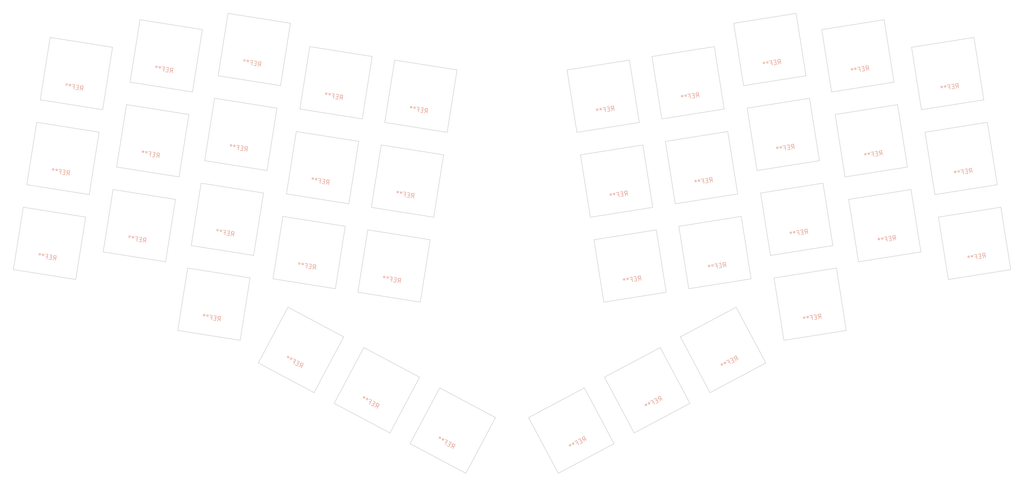
<source format=kicad_pcb>
(kicad_pcb (version 20171130) (host pcbnew 5.1.6-c6e7f7d~86~ubuntu19.10.1)

  (general
    (thickness 1.6)
    (drawings 0)
    (tracks 0)
    (zones 0)
    (modules 38)
    (nets 1)
  )

  (page USLetter)
  (layers
    (0 F.Cu signal)
    (31 B.Cu signal hide)
    (32 B.Adhes user hide)
    (33 F.Adhes user hide)
    (34 B.Paste user hide)
    (35 F.Paste user hide)
    (36 B.SilkS user hide)
    (37 F.SilkS user hide)
    (38 B.Mask user hide)
    (39 F.Mask user hide)
    (40 Dwgs.User user)
    (41 Cmts.User user hide)
    (42 Eco1.User user hide)
    (43 Eco2.User user hide)
    (44 Edge.Cuts user hide)
    (45 Margin user hide)
    (46 B.CrtYd user hide)
    (47 F.CrtYd user hide)
    (48 B.Fab user hide)
    (49 F.Fab user hide)
  )

  (setup
    (last_trace_width 0.25)
    (trace_clearance 0.2)
    (zone_clearance 0.508)
    (zone_45_only no)
    (trace_min 0.2)
    (via_size 0.8)
    (via_drill 0.4)
    (via_min_size 0.4)
    (via_min_drill 0.3)
    (uvia_size 0.3)
    (uvia_drill 0.1)
    (uvias_allowed no)
    (uvia_min_size 0.2)
    (uvia_min_drill 0.1)
    (edge_width 0.05)
    (segment_width 0.2)
    (pcb_text_width 0.3)
    (pcb_text_size 1.5 1.5)
    (mod_edge_width 0.12)
    (mod_text_size 1 1)
    (mod_text_width 0.15)
    (pad_size 1.524 1.524)
    (pad_drill 0.762)
    (pad_to_mask_clearance 0.05)
    (aux_axis_origin 0 0)
    (visible_elements FFFFFF7F)
    (pcbplotparams
      (layerselection 0x010fc_ffffffff)
      (usegerberextensions false)
      (usegerberattributes true)
      (usegerberadvancedattributes true)
      (creategerberjobfile true)
      (excludeedgelayer true)
      (linewidth 0.100000)
      (plotframeref false)
      (viasonmask false)
      (mode 1)
      (useauxorigin false)
      (hpglpennumber 1)
      (hpglpenspeed 20)
      (hpglpendiameter 15.000000)
      (psnegative false)
      (psa4output false)
      (plotreference true)
      (plotvalue true)
      (plotinvisibletext false)
      (padsonsilk false)
      (subtractmaskfromsilk false)
      (outputformat 1)
      (mirror false)
      (drillshape 1)
      (scaleselection 1)
      (outputdirectory ""))
  )

  (net 0 "")

  (net_class Default "This is the default net class."
    (clearance 0.2)
    (trace_width 0.25)
    (via_dia 0.8)
    (via_drill 0.4)
    (uvia_dia 0.3)
    (uvia_drill 0.1)
  )

  (module kbd:SW_Hole (layer F.Cu) (tedit 5F1B7F65) (tstamp 5F54FD63)
    (at 199.423678 120.829634 9)
    (fp_text reference REF** (at 0 3.048 9) (layer B.CrtYd)
      (effects (font (size 1 1) (thickness 0.15)) (justify mirror))
    )
    (fp_text value 1U (at 0 -7.9375 9) (layer Dwgs.User)
      (effects (font (size 1 1) (thickness 0.15)))
    )
    (fp_text user %R (at 0 3.048 9) (layer B.SilkS)
      (effects (font (size 1 1) (thickness 0.15)) (justify mirror))
    )
    (fp_line (start 9.525 9.525) (end 9.525 -9.525) (layer F.Fab) (width 0.15))
    (fp_line (start -9.525 9.525) (end 9.525 9.525) (layer F.Fab) (width 0.15))
    (fp_line (start -9.525 -9.525) (end -9.525 9.525) (layer F.Fab) (width 0.15))
    (fp_line (start 9.525 -9.525) (end -9.525 -9.525) (layer F.Fab) (width 0.15))
    (fp_line (start -7 -7) (end -7 7) (layer Edge.Cuts) (width 0.12))
    (fp_line (start -7 7) (end 7 7) (layer Edge.Cuts) (width 0.12))
    (fp_line (start 7 7) (end 7 -7) (layer Edge.Cuts) (width 0.12))
    (fp_line (start 7 -7) (end -7 -7) (layer Edge.Cuts) (width 0.12))
  )

  (module kbd:SW_Hole (layer F.Cu) (tedit 5F1B7F65) (tstamp 5F54FD63)
    (at 86.575691 130.962451 332)
    (fp_text reference REF** (at 0 3.048 152) (layer B.CrtYd)
      (effects (font (size 1 1) (thickness 0.15)) (justify mirror))
    )
    (fp_text value 1U (at 0 -7.937501 152) (layer Dwgs.User)
      (effects (font (size 1 1) (thickness 0.15)))
    )
    (fp_text user %R (at 0 3.048 152) (layer B.SilkS)
      (effects (font (size 1 1) (thickness 0.15)) (justify mirror))
    )
    (fp_line (start 9.525 9.525) (end 9.525 -9.525) (layer F.Fab) (width 0.15))
    (fp_line (start -9.525 9.525) (end 9.525 9.525) (layer F.Fab) (width 0.15))
    (fp_line (start -9.525 -9.525) (end -9.525 9.525) (layer F.Fab) (width 0.15))
    (fp_line (start 9.525 -9.525) (end -9.525 -9.525) (layer F.Fab) (width 0.15))
    (fp_line (start -7 -7) (end -7 7) (layer Edge.Cuts) (width 0.12))
    (fp_line (start -7 7) (end 7 7) (layer Edge.Cuts) (width 0.12))
    (fp_line (start 7 7) (end 7 -7) (layer Edge.Cuts) (width 0.12))
    (fp_line (start 7 -7) (end -7 -7) (layer Edge.Cuts) (width 0.12))
  )

  (module kbd:SW_Hole (layer F.Cu) (tedit 5F1B7F65) (tstamp 5F5560EB)
    (at 163.304156 139.905887 28)
    (fp_text reference REF** (at 0 3.048 28) (layer B.CrtYd)
      (effects (font (size 1 1) (thickness 0.15)) (justify mirror))
    )
    (fp_text value 1U (at 0 -7.937501 28) (layer Dwgs.User)
      (effects (font (size 1 1) (thickness 0.15)))
    )
    (fp_text user %R (at 0 3.048 28) (layer B.SilkS)
      (effects (font (size 1 1) (thickness 0.15)) (justify mirror))
    )
    (fp_line (start 9.525 9.525) (end 9.525 -9.525) (layer F.Fab) (width 0.15))
    (fp_line (start -9.525 9.525) (end 9.525 9.525) (layer F.Fab) (width 0.15))
    (fp_line (start -9.525 -9.525) (end -9.525 9.525) (layer F.Fab) (width 0.15))
    (fp_line (start 9.525 -9.525) (end -9.525 -9.525) (layer F.Fab) (width 0.15))
    (fp_line (start -7 -7) (end -7 7) (layer Edge.Cuts) (width 0.12))
    (fp_line (start -7 7) (end 7 7) (layer Edge.Cuts) (width 0.12))
    (fp_line (start 7 7) (end 7 -7) (layer Edge.Cuts) (width 0.12))
    (fp_line (start 7 -7) (end -7 -7) (layer Edge.Cuts) (width 0.12))
  )

  (module kbd:SW_Hole (layer F.Cu) (tedit 5F1B7F65) (tstamp 5F5560CA)
    (at 146.484005 148.84932 28)
    (fp_text reference REF** (at 0 3.048 28) (layer B.CrtYd)
      (effects (font (size 1 1) (thickness 0.15)) (justify mirror))
    )
    (fp_text value 1U (at 0 -7.937501 28) (layer Dwgs.User)
      (effects (font (size 1 1) (thickness 0.15)))
    )
    (fp_text user %R (at 0 3.048 28) (layer B.SilkS)
      (effects (font (size 1 1) (thickness 0.15)) (justify mirror))
    )
    (fp_line (start 9.525 9.525) (end 9.525 -9.525) (layer F.Fab) (width 0.15))
    (fp_line (start -9.525 9.525) (end 9.525 9.525) (layer F.Fab) (width 0.15))
    (fp_line (start -9.525 -9.525) (end -9.525 9.525) (layer F.Fab) (width 0.15))
    (fp_line (start 9.525 -9.525) (end -9.525 -9.525) (layer F.Fab) (width 0.15))
    (fp_line (start -7 -7) (end -7 7) (layer Edge.Cuts) (width 0.12))
    (fp_line (start -7 7) (end 7 7) (layer Edge.Cuts) (width 0.12))
    (fp_line (start 7 7) (end 7 -7) (layer Edge.Cuts) (width 0.12))
    (fp_line (start 7 -7) (end -7 -7) (layer Edge.Cuts) (width 0.12))
  )

  (module kbd:SW_Hole (layer F.Cu) (tedit 5F1B7F65) (tstamp 5F5560A9)
    (at 180.124309 130.962452 28)
    (fp_text reference REF** (at 0 3.048 28) (layer B.CrtYd)
      (effects (font (size 1 1) (thickness 0.15)) (justify mirror))
    )
    (fp_text value 1U (at 0 -7.937501 28) (layer Dwgs.User)
      (effects (font (size 1 1) (thickness 0.15)))
    )
    (fp_text user %R (at 0 3.048 28) (layer B.SilkS)
      (effects (font (size 1 1) (thickness 0.15)) (justify mirror))
    )
    (fp_line (start 9.525 9.525) (end 9.525 -9.525) (layer F.Fab) (width 0.15))
    (fp_line (start -9.525 9.525) (end 9.525 9.525) (layer F.Fab) (width 0.15))
    (fp_line (start -9.525 -9.525) (end -9.525 9.525) (layer F.Fab) (width 0.15))
    (fp_line (start 9.525 -9.525) (end -9.525 -9.525) (layer F.Fab) (width 0.15))
    (fp_line (start -7 -7) (end -7 7) (layer Edge.Cuts) (width 0.12))
    (fp_line (start -7 7) (end 7 7) (layer Edge.Cuts) (width 0.12))
    (fp_line (start 7 7) (end 7 -7) (layer Edge.Cuts) (width 0.12))
    (fp_line (start 7 -7) (end -7 -7) (layer Edge.Cuts) (width 0.12))
  )

  (module kbd:SW_Hole (layer F.Cu) (tedit 5F1B7F65) (tstamp 5F555FD8)
    (at 120.215995 148.849319 332)
    (fp_text reference REF** (at 0 3.048 152) (layer B.CrtYd)
      (effects (font (size 1 1) (thickness 0.15)) (justify mirror))
    )
    (fp_text value 1U (at 0 -7.937501 152) (layer Dwgs.User)
      (effects (font (size 1 1) (thickness 0.15)))
    )
    (fp_text user %R (at 0 3.048 152) (layer B.SilkS)
      (effects (font (size 1 1) (thickness 0.15)) (justify mirror))
    )
    (fp_line (start 9.525 9.525) (end 9.525 -9.525) (layer F.Fab) (width 0.15))
    (fp_line (start -9.525 9.525) (end 9.525 9.525) (layer F.Fab) (width 0.15))
    (fp_line (start -9.525 -9.525) (end -9.525 9.525) (layer F.Fab) (width 0.15))
    (fp_line (start 9.525 -9.525) (end -9.525 -9.525) (layer F.Fab) (width 0.15))
    (fp_line (start -7 -7) (end -7 7) (layer Edge.Cuts) (width 0.12))
    (fp_line (start -7 7) (end 7 7) (layer Edge.Cuts) (width 0.12))
    (fp_line (start 7 7) (end 7 -7) (layer Edge.Cuts) (width 0.12))
    (fp_line (start 7 -7) (end -7 -7) (layer Edge.Cuts) (width 0.12))
  )

  (module kbd:SW_Hole (layer F.Cu) (tedit 5F1B7F65) (tstamp 5F555FD8)
    (at 103.395843 139.905885 332)
    (fp_text reference REF** (at 0 3.048 152) (layer B.CrtYd)
      (effects (font (size 1 1) (thickness 0.15)) (justify mirror))
    )
    (fp_text value 1U (at 0 -7.937501 152) (layer Dwgs.User)
      (effects (font (size 1 1) (thickness 0.15)))
    )
    (fp_text user %R (at 0 3.048 152) (layer B.SilkS)
      (effects (font (size 1 1) (thickness 0.15)) (justify mirror))
    )
    (fp_line (start 9.525 9.525) (end 9.525 -9.525) (layer F.Fab) (width 0.15))
    (fp_line (start -9.525 9.525) (end 9.525 9.525) (layer F.Fab) (width 0.15))
    (fp_line (start -9.525 -9.525) (end -9.525 9.525) (layer F.Fab) (width 0.15))
    (fp_line (start 9.525 -9.525) (end -9.525 -9.525) (layer F.Fab) (width 0.15))
    (fp_line (start -7 -7) (end -7 7) (layer Edge.Cuts) (width 0.12))
    (fp_line (start -7 7) (end 7 7) (layer Edge.Cuts) (width 0.12))
    (fp_line (start 7 7) (end 7 -7) (layer Edge.Cuts) (width 0.12))
    (fp_line (start 7 -7) (end -7 -7) (layer Edge.Cuts) (width 0.12))
  )

  (module kbd:SW_Hole (layer F.Cu) (tedit 5F1B7F65) (tstamp 5F555FD8)
    (at 67.276322 120.829634 351)
    (fp_text reference REF** (at 0 3.048 171) (layer B.CrtYd)
      (effects (font (size 1 1) (thickness 0.15)) (justify mirror))
    )
    (fp_text value 1U (at 0 -7.9375 171) (layer Dwgs.User)
      (effects (font (size 1 1) (thickness 0.15)))
    )
    (fp_text user %R (at 0 3.048 171) (layer B.SilkS)
      (effects (font (size 1 1) (thickness 0.15)) (justify mirror))
    )
    (fp_line (start 9.525 9.525) (end 9.525 -9.525) (layer F.Fab) (width 0.15))
    (fp_line (start -9.525 9.525) (end 9.525 9.525) (layer F.Fab) (width 0.15))
    (fp_line (start -9.525 -9.525) (end -9.525 9.525) (layer F.Fab) (width 0.15))
    (fp_line (start 9.525 -9.525) (end -9.525 -9.525) (layer F.Fab) (width 0.15))
    (fp_line (start -7 -7) (end -7 7) (layer Edge.Cuts) (width 0.12))
    (fp_line (start -7 7) (end 7 7) (layer Edge.Cuts) (width 0.12))
    (fp_line (start 7 7) (end 7 -7) (layer Edge.Cuts) (width 0.12))
    (fp_line (start 7 -7) (end -7 -7) (layer Edge.Cuts) (width 0.12))
  )

  (module kbd:SW_Hole (layer F.Cu) (tedit 5F1B7F65) (tstamp 5F042BCA)
    (at 235.862573 107.343296 9)
    (fp_text reference REF** (at 0 3.048 9) (layer B.CrtYd)
      (effects (font (size 1 1) (thickness 0.15)) (justify mirror))
    )
    (fp_text value 1U (at 0 -7.9375 9) (layer Dwgs.User)
      (effects (font (size 1 1) (thickness 0.15)))
    )
    (fp_text user %R (at 0 3.048 9) (layer B.SilkS)
      (effects (font (size 1 1) (thickness 0.15)) (justify mirror))
    )
    (fp_line (start 9.525 9.525) (end 9.525 -9.525) (layer F.Fab) (width 0.15))
    (fp_line (start -9.525 9.525) (end 9.525 9.525) (layer F.Fab) (width 0.15))
    (fp_line (start -9.525 -9.525) (end -9.525 9.525) (layer F.Fab) (width 0.15))
    (fp_line (start 9.525 -9.525) (end -9.525 -9.525) (layer F.Fab) (width 0.15))
    (fp_line (start -7 -7) (end -7 7) (layer Edge.Cuts) (width 0.12))
    (fp_line (start -7 7) (end 7 7) (layer Edge.Cuts) (width 0.12))
    (fp_line (start 7 7) (end 7 -7) (layer Edge.Cuts) (width 0.12))
    (fp_line (start 7 -7) (end -7 -7) (layer Edge.Cuts) (width 0.12))
  )

  (module kbd:SW_Hole (layer F.Cu) (tedit 5F1B7F65) (tstamp 5F042B88)
    (at 215.954416 103.424369 9)
    (fp_text reference REF** (at 0 3.048 9) (layer B.CrtYd)
      (effects (font (size 1 1) (thickness 0.15)) (justify mirror))
    )
    (fp_text value 1U (at 0 -7.9375 9) (layer Dwgs.User)
      (effects (font (size 1 1) (thickness 0.15)))
    )
    (fp_text user %R (at 0 3.048 9) (layer B.SilkS)
      (effects (font (size 1 1) (thickness 0.15)) (justify mirror))
    )
    (fp_line (start 9.525 9.525) (end 9.525 -9.525) (layer F.Fab) (width 0.15))
    (fp_line (start -9.525 9.525) (end 9.525 9.525) (layer F.Fab) (width 0.15))
    (fp_line (start -9.525 -9.525) (end -9.525 9.525) (layer F.Fab) (width 0.15))
    (fp_line (start 9.525 -9.525) (end -9.525 -9.525) (layer F.Fab) (width 0.15))
    (fp_line (start -7 -7) (end -7 7) (layer Edge.Cuts) (width 0.12))
    (fp_line (start -7 7) (end 7 7) (layer Edge.Cuts) (width 0.12))
    (fp_line (start 7 7) (end 7 -7) (layer Edge.Cuts) (width 0.12))
    (fp_line (start 7 -7) (end -7 -7) (layer Edge.Cuts) (width 0.12))
  )

  (module kbd:SW_Hole (layer F.Cu) (tedit 5F1B7F65) (tstamp 5F042B46)
    (at 196.443602 102.014171 9)
    (fp_text reference REF** (at 0 3.048 9) (layer B.CrtYd)
      (effects (font (size 1 1) (thickness 0.15)) (justify mirror))
    )
    (fp_text value 1U (at 0 -7.9375 9) (layer Dwgs.User)
      (effects (font (size 1 1) (thickness 0.15)))
    )
    (fp_text user %R (at 0 3.048 9) (layer B.SilkS)
      (effects (font (size 1 1) (thickness 0.15)) (justify mirror))
    )
    (fp_line (start 9.525 9.525) (end 9.525 -9.525) (layer F.Fab) (width 0.15))
    (fp_line (start -9.525 9.525) (end 9.525 9.525) (layer F.Fab) (width 0.15))
    (fp_line (start -9.525 -9.525) (end -9.525 9.525) (layer F.Fab) (width 0.15))
    (fp_line (start 9.525 -9.525) (end -9.525 -9.525) (layer F.Fab) (width 0.15))
    (fp_line (start -7 -7) (end -7 7) (layer Edge.Cuts) (width 0.12))
    (fp_line (start -7 7) (end 7 7) (layer Edge.Cuts) (width 0.12))
    (fp_line (start 7 7) (end 7 -7) (layer Edge.Cuts) (width 0.12))
    (fp_line (start 7 -7) (end -7 -7) (layer Edge.Cuts) (width 0.12))
  )

  (module kbd:SW_Hole (layer F.Cu) (tedit 5F1B7F65) (tstamp 5F042B04)
    (at 178.32349 109.384522 9)
    (fp_text reference REF** (at 0 3.048 9) (layer B.CrtYd)
      (effects (font (size 1 1) (thickness 0.15)) (justify mirror))
    )
    (fp_text value 1U (at 0 -7.9375 9) (layer Dwgs.User)
      (effects (font (size 1 1) (thickness 0.15)))
    )
    (fp_text user %R (at 0 3.048 9) (layer B.SilkS)
      (effects (font (size 1 1) (thickness 0.15)) (justify mirror))
    )
    (fp_line (start 9.525 9.525) (end 9.525 -9.525) (layer F.Fab) (width 0.15))
    (fp_line (start -9.525 9.525) (end 9.525 9.525) (layer F.Fab) (width 0.15))
    (fp_line (start -9.525 -9.525) (end -9.525 9.525) (layer F.Fab) (width 0.15))
    (fp_line (start 9.525 -9.525) (end -9.525 -9.525) (layer F.Fab) (width 0.15))
    (fp_line (start -7 -7) (end -7 7) (layer Edge.Cuts) (width 0.12))
    (fp_line (start -7 7) (end 7 7) (layer Edge.Cuts) (width 0.12))
    (fp_line (start 7 7) (end 7 -7) (layer Edge.Cuts) (width 0.12))
    (fp_line (start 7 -7) (end -7 -7) (layer Edge.Cuts) (width 0.12))
  )

  (module kbd:SW_Hole (layer F.Cu) (tedit 5F1B7F65) (tstamp 5F042AC2)
    (at 159.508027 112.364599 9)
    (fp_text reference REF** (at 0 3.048 9) (layer B.CrtYd)
      (effects (font (size 1 1) (thickness 0.15)) (justify mirror))
    )
    (fp_text value 1U (at 0 -7.9375 9) (layer Dwgs.User)
      (effects (font (size 1 1) (thickness 0.15)))
    )
    (fp_text user %R (at 0 3.048 9) (layer B.SilkS)
      (effects (font (size 1 1) (thickness 0.15)) (justify mirror))
    )
    (fp_line (start 9.525 9.525) (end 9.525 -9.525) (layer F.Fab) (width 0.15))
    (fp_line (start -9.525 9.525) (end 9.525 9.525) (layer F.Fab) (width 0.15))
    (fp_line (start -9.525 -9.525) (end -9.525 9.525) (layer F.Fab) (width 0.15))
    (fp_line (start 9.525 -9.525) (end -9.525 -9.525) (layer F.Fab) (width 0.15))
    (fp_line (start -7 -7) (end -7 7) (layer Edge.Cuts) (width 0.12))
    (fp_line (start -7 7) (end 7 7) (layer Edge.Cuts) (width 0.12))
    (fp_line (start 7 7) (end 7 -7) (layer Edge.Cuts) (width 0.12))
    (fp_line (start 7 -7) (end -7 -7) (layer Edge.Cuts) (width 0.12))
  )

  (module kbd:SW_Hole (layer F.Cu) (tedit 5F1B7F65) (tstamp 5F042A80)
    (at 107.191973 112.364599 351)
    (fp_text reference REF** (at 0 3.048 171) (layer B.CrtYd)
      (effects (font (size 1 1) (thickness 0.15)) (justify mirror))
    )
    (fp_text value 1U (at 0 -7.9375 171) (layer Dwgs.User)
      (effects (font (size 1 1) (thickness 0.15)))
    )
    (fp_text user %R (at 0 3.048 171) (layer B.SilkS)
      (effects (font (size 1 1) (thickness 0.15)) (justify mirror))
    )
    (fp_line (start 9.525 9.525) (end 9.525 -9.525) (layer F.Fab) (width 0.15))
    (fp_line (start -9.525 9.525) (end 9.525 9.525) (layer F.Fab) (width 0.15))
    (fp_line (start -9.525 -9.525) (end -9.525 9.525) (layer F.Fab) (width 0.15))
    (fp_line (start 9.525 -9.525) (end -9.525 -9.525) (layer F.Fab) (width 0.15))
    (fp_line (start -7 -7) (end -7 7) (layer Edge.Cuts) (width 0.12))
    (fp_line (start -7 7) (end 7 7) (layer Edge.Cuts) (width 0.12))
    (fp_line (start 7 7) (end 7 -7) (layer Edge.Cuts) (width 0.12))
    (fp_line (start 7 -7) (end -7 -7) (layer Edge.Cuts) (width 0.12))
  )

  (module kbd:SW_Hole (layer F.Cu) (tedit 5F1B7F65) (tstamp 5F042A3E)
    (at 88.37651 109.384522 351)
    (fp_text reference REF** (at 0 3.048 171) (layer B.CrtYd)
      (effects (font (size 1 1) (thickness 0.15)) (justify mirror))
    )
    (fp_text value 1U (at 0 -7.9375 171) (layer Dwgs.User)
      (effects (font (size 1 1) (thickness 0.15)))
    )
    (fp_text user %R (at 0 3.048 171) (layer B.SilkS)
      (effects (font (size 1 1) (thickness 0.15)) (justify mirror))
    )
    (fp_line (start 9.525 9.525) (end 9.525 -9.525) (layer F.Fab) (width 0.15))
    (fp_line (start -9.525 9.525) (end 9.525 9.525) (layer F.Fab) (width 0.15))
    (fp_line (start -9.525 -9.525) (end -9.525 9.525) (layer F.Fab) (width 0.15))
    (fp_line (start 9.525 -9.525) (end -9.525 -9.525) (layer F.Fab) (width 0.15))
    (fp_line (start -7 -7) (end -7 7) (layer Edge.Cuts) (width 0.12))
    (fp_line (start -7 7) (end 7 7) (layer Edge.Cuts) (width 0.12))
    (fp_line (start 7 7) (end 7 -7) (layer Edge.Cuts) (width 0.12))
    (fp_line (start 7 -7) (end -7 -7) (layer Edge.Cuts) (width 0.12))
  )

  (module kbd:SW_Hole (layer F.Cu) (tedit 5F1B7F65) (tstamp 5F0429FC)
    (at 70.256398 102.014171 351)
    (fp_text reference REF** (at 0 3.048 171) (layer B.CrtYd)
      (effects (font (size 1 1) (thickness 0.15)) (justify mirror))
    )
    (fp_text value 1U (at 0 -7.9375 171) (layer Dwgs.User)
      (effects (font (size 1 1) (thickness 0.15)))
    )
    (fp_text user %R (at 0 3.048 171) (layer B.SilkS)
      (effects (font (size 1 1) (thickness 0.15)) (justify mirror))
    )
    (fp_line (start 9.525 9.525) (end 9.525 -9.525) (layer F.Fab) (width 0.15))
    (fp_line (start -9.525 9.525) (end 9.525 9.525) (layer F.Fab) (width 0.15))
    (fp_line (start -9.525 -9.525) (end -9.525 9.525) (layer F.Fab) (width 0.15))
    (fp_line (start 9.525 -9.525) (end -9.525 -9.525) (layer F.Fab) (width 0.15))
    (fp_line (start -7 -7) (end -7 7) (layer Edge.Cuts) (width 0.12))
    (fp_line (start -7 7) (end 7 7) (layer Edge.Cuts) (width 0.12))
    (fp_line (start 7 7) (end 7 -7) (layer Edge.Cuts) (width 0.12))
    (fp_line (start 7 -7) (end -7 -7) (layer Edge.Cuts) (width 0.12))
  )

  (module kbd:SW_Hole (layer F.Cu) (tedit 5F1B7F65) (tstamp 5F0429BA)
    (at 50.745584 103.424369 351)
    (fp_text reference REF** (at 0 3.048 171) (layer B.CrtYd)
      (effects (font (size 1 1) (thickness 0.15)) (justify mirror))
    )
    (fp_text value 1U (at 0 -7.9375 171) (layer Dwgs.User)
      (effects (font (size 1 1) (thickness 0.15)))
    )
    (fp_text user %R (at 0 3.048 171) (layer B.SilkS)
      (effects (font (size 1 1) (thickness 0.15)) (justify mirror))
    )
    (fp_line (start 9.525 9.525) (end 9.525 -9.525) (layer F.Fab) (width 0.15))
    (fp_line (start -9.525 9.525) (end 9.525 9.525) (layer F.Fab) (width 0.15))
    (fp_line (start -9.525 -9.525) (end -9.525 9.525) (layer F.Fab) (width 0.15))
    (fp_line (start 9.525 -9.525) (end -9.525 -9.525) (layer F.Fab) (width 0.15))
    (fp_line (start -7 -7) (end -7 7) (layer Edge.Cuts) (width 0.12))
    (fp_line (start -7 7) (end 7 7) (layer Edge.Cuts) (width 0.12))
    (fp_line (start 7 7) (end 7 -7) (layer Edge.Cuts) (width 0.12))
    (fp_line (start 7 -7) (end -7 -7) (layer Edge.Cuts) (width 0.12))
  )

  (module kbd:SW_Hole (layer F.Cu) (tedit 5F1B7F65) (tstamp 5F042978)
    (at 30.837427 107.343296 351)
    (fp_text reference REF** (at 0 3.048 171) (layer B.CrtYd)
      (effects (font (size 1 1) (thickness 0.15)) (justify mirror))
    )
    (fp_text value 1U (at 0 -7.9375 171) (layer Dwgs.User)
      (effects (font (size 1 1) (thickness 0.15)))
    )
    (fp_text user %R (at 0 3.048 171) (layer B.SilkS)
      (effects (font (size 1 1) (thickness 0.15)) (justify mirror))
    )
    (fp_line (start 9.525 9.525) (end 9.525 -9.525) (layer F.Fab) (width 0.15))
    (fp_line (start -9.525 9.525) (end 9.525 9.525) (layer F.Fab) (width 0.15))
    (fp_line (start -9.525 -9.525) (end -9.525 9.525) (layer F.Fab) (width 0.15))
    (fp_line (start 9.525 -9.525) (end -9.525 -9.525) (layer F.Fab) (width 0.15))
    (fp_line (start -7 -7) (end -7 7) (layer Edge.Cuts) (width 0.12))
    (fp_line (start -7 7) (end 7 7) (layer Edge.Cuts) (width 0.12))
    (fp_line (start 7 7) (end 7 -7) (layer Edge.Cuts) (width 0.12))
    (fp_line (start 7 -7) (end -7 -7) (layer Edge.Cuts) (width 0.12))
  )

  (module kbd:SW_Hole (layer F.Cu) (tedit 5F1B7F65) (tstamp 5F042936)
    (at 232.882497 88.527833 9)
    (fp_text reference REF** (at 0 3.048 9) (layer B.CrtYd)
      (effects (font (size 1 1) (thickness 0.15)) (justify mirror))
    )
    (fp_text value 1U (at 0 -7.9375 9) (layer Dwgs.User)
      (effects (font (size 1 1) (thickness 0.15)))
    )
    (fp_text user %R (at 0 3.048 9) (layer B.SilkS)
      (effects (font (size 1 1) (thickness 0.15)) (justify mirror))
    )
    (fp_line (start 9.525 9.525) (end 9.525 -9.525) (layer F.Fab) (width 0.15))
    (fp_line (start -9.525 9.525) (end 9.525 9.525) (layer F.Fab) (width 0.15))
    (fp_line (start -9.525 -9.525) (end -9.525 9.525) (layer F.Fab) (width 0.15))
    (fp_line (start 9.525 -9.525) (end -9.525 -9.525) (layer F.Fab) (width 0.15))
    (fp_line (start -7 -7) (end -7 7) (layer Edge.Cuts) (width 0.12))
    (fp_line (start -7 7) (end 7 7) (layer Edge.Cuts) (width 0.12))
    (fp_line (start 7 7) (end 7 -7) (layer Edge.Cuts) (width 0.12))
    (fp_line (start 7 -7) (end -7 -7) (layer Edge.Cuts) (width 0.12))
  )

  (module kbd:SW_Hole (layer F.Cu) (tedit 5F1B7F65) (tstamp 5F0428F4)
    (at 212.974339 84.608906 9)
    (fp_text reference REF** (at 0 3.048 9) (layer B.CrtYd)
      (effects (font (size 1 1) (thickness 0.15)) (justify mirror))
    )
    (fp_text value 1U (at 0 -7.9375 9) (layer Dwgs.User)
      (effects (font (size 1 1) (thickness 0.15)))
    )
    (fp_text user %R (at 0 3.048 9) (layer B.SilkS)
      (effects (font (size 1 1) (thickness 0.15)) (justify mirror))
    )
    (fp_line (start 9.525 9.525) (end 9.525 -9.525) (layer F.Fab) (width 0.15))
    (fp_line (start -9.525 9.525) (end 9.525 9.525) (layer F.Fab) (width 0.15))
    (fp_line (start -9.525 -9.525) (end -9.525 9.525) (layer F.Fab) (width 0.15))
    (fp_line (start 9.525 -9.525) (end -9.525 -9.525) (layer F.Fab) (width 0.15))
    (fp_line (start -7 -7) (end -7 7) (layer Edge.Cuts) (width 0.12))
    (fp_line (start -7 7) (end 7 7) (layer Edge.Cuts) (width 0.12))
    (fp_line (start 7 7) (end 7 -7) (layer Edge.Cuts) (width 0.12))
    (fp_line (start 7 -7) (end -7 -7) (layer Edge.Cuts) (width 0.12))
  )

  (module kbd:SW_Hole (layer F.Cu) (tedit 5F1B7F65) (tstamp 5F0428B2)
    (at 193.463525 83.198708 9)
    (fp_text reference REF** (at 0 3.048 9) (layer B.CrtYd)
      (effects (font (size 1 1) (thickness 0.15)) (justify mirror))
    )
    (fp_text value 1U (at 0 -7.9375 9) (layer Dwgs.User)
      (effects (font (size 1 1) (thickness 0.15)))
    )
    (fp_text user %R (at 0 3.048 9) (layer B.SilkS)
      (effects (font (size 1 1) (thickness 0.15)) (justify mirror))
    )
    (fp_line (start 9.525 9.525) (end 9.525 -9.525) (layer F.Fab) (width 0.15))
    (fp_line (start -9.525 9.525) (end 9.525 9.525) (layer F.Fab) (width 0.15))
    (fp_line (start -9.525 -9.525) (end -9.525 9.525) (layer F.Fab) (width 0.15))
    (fp_line (start 9.525 -9.525) (end -9.525 -9.525) (layer F.Fab) (width 0.15))
    (fp_line (start -7 -7) (end -7 7) (layer Edge.Cuts) (width 0.12))
    (fp_line (start -7 7) (end 7 7) (layer Edge.Cuts) (width 0.12))
    (fp_line (start 7 7) (end 7 -7) (layer Edge.Cuts) (width 0.12))
    (fp_line (start 7 -7) (end -7 -7) (layer Edge.Cuts) (width 0.12))
  )

  (module kbd:SW_Hole (layer F.Cu) (tedit 5F1B7F65) (tstamp 5F042870)
    (at 175.343413 90.569059 9)
    (fp_text reference REF** (at 0 3.048 9) (layer B.CrtYd)
      (effects (font (size 1 1) (thickness 0.15)) (justify mirror))
    )
    (fp_text value 1U (at 0 -7.9375 9) (layer Dwgs.User)
      (effects (font (size 1 1) (thickness 0.15)))
    )
    (fp_text user %R (at 0 3.048 9) (layer B.SilkS)
      (effects (font (size 1 1) (thickness 0.15)) (justify mirror))
    )
    (fp_line (start 9.525 9.525) (end 9.525 -9.525) (layer F.Fab) (width 0.15))
    (fp_line (start -9.525 9.525) (end 9.525 9.525) (layer F.Fab) (width 0.15))
    (fp_line (start -9.525 -9.525) (end -9.525 9.525) (layer F.Fab) (width 0.15))
    (fp_line (start 9.525 -9.525) (end -9.525 -9.525) (layer F.Fab) (width 0.15))
    (fp_line (start -7 -7) (end -7 7) (layer Edge.Cuts) (width 0.12))
    (fp_line (start -7 7) (end 7 7) (layer Edge.Cuts) (width 0.12))
    (fp_line (start 7 7) (end 7 -7) (layer Edge.Cuts) (width 0.12))
    (fp_line (start 7 -7) (end -7 -7) (layer Edge.Cuts) (width 0.12))
  )

  (module kbd:SW_Hole (layer F.Cu) (tedit 5F1B7F65) (tstamp 5F04282E)
    (at 156.52795 93.549136 9)
    (fp_text reference REF** (at 0 3.048 9) (layer B.CrtYd)
      (effects (font (size 1 1) (thickness 0.15)) (justify mirror))
    )
    (fp_text value 1U (at 0 -7.9375 9) (layer Dwgs.User)
      (effects (font (size 1 1) (thickness 0.15)))
    )
    (fp_text user %R (at 0 3.048 9) (layer B.SilkS)
      (effects (font (size 1 1) (thickness 0.15)) (justify mirror))
    )
    (fp_line (start 9.525 9.525) (end 9.525 -9.525) (layer F.Fab) (width 0.15))
    (fp_line (start -9.525 9.525) (end 9.525 9.525) (layer F.Fab) (width 0.15))
    (fp_line (start -9.525 -9.525) (end -9.525 9.525) (layer F.Fab) (width 0.15))
    (fp_line (start 9.525 -9.525) (end -9.525 -9.525) (layer F.Fab) (width 0.15))
    (fp_line (start -7 -7) (end -7 7) (layer Edge.Cuts) (width 0.12))
    (fp_line (start -7 7) (end 7 7) (layer Edge.Cuts) (width 0.12))
    (fp_line (start 7 7) (end 7 -7) (layer Edge.Cuts) (width 0.12))
    (fp_line (start 7 -7) (end -7 -7) (layer Edge.Cuts) (width 0.12))
  )

  (module kbd:SW_Hole (layer F.Cu) (tedit 5F1B7F65) (tstamp 5F0427EC)
    (at 110.17205 93.549136 351)
    (fp_text reference REF** (at 0 3.048 171) (layer B.CrtYd)
      (effects (font (size 1 1) (thickness 0.15)) (justify mirror))
    )
    (fp_text value 1U (at 0 -7.9375 171) (layer Dwgs.User)
      (effects (font (size 1 1) (thickness 0.15)))
    )
    (fp_text user %R (at 0 3.048 171) (layer B.SilkS)
      (effects (font (size 1 1) (thickness 0.15)) (justify mirror))
    )
    (fp_line (start 9.525 9.525) (end 9.525 -9.525) (layer F.Fab) (width 0.15))
    (fp_line (start -9.525 9.525) (end 9.525 9.525) (layer F.Fab) (width 0.15))
    (fp_line (start -9.525 -9.525) (end -9.525 9.525) (layer F.Fab) (width 0.15))
    (fp_line (start 9.525 -9.525) (end -9.525 -9.525) (layer F.Fab) (width 0.15))
    (fp_line (start -7 -7) (end -7 7) (layer Edge.Cuts) (width 0.12))
    (fp_line (start -7 7) (end 7 7) (layer Edge.Cuts) (width 0.12))
    (fp_line (start 7 7) (end 7 -7) (layer Edge.Cuts) (width 0.12))
    (fp_line (start 7 -7) (end -7 -7) (layer Edge.Cuts) (width 0.12))
  )

  (module kbd:SW_Hole (layer F.Cu) (tedit 5F1B7F65) (tstamp 5F0427AA)
    (at 91.356587 90.569059 351)
    (fp_text reference REF** (at 0 3.048 171) (layer B.CrtYd)
      (effects (font (size 1 1) (thickness 0.15)) (justify mirror))
    )
    (fp_text value 1U (at 0 -7.9375 171) (layer Dwgs.User)
      (effects (font (size 1 1) (thickness 0.15)))
    )
    (fp_text user %R (at 0 3.048 171) (layer B.SilkS)
      (effects (font (size 1 1) (thickness 0.15)) (justify mirror))
    )
    (fp_line (start 9.525 9.525) (end 9.525 -9.525) (layer F.Fab) (width 0.15))
    (fp_line (start -9.525 9.525) (end 9.525 9.525) (layer F.Fab) (width 0.15))
    (fp_line (start -9.525 -9.525) (end -9.525 9.525) (layer F.Fab) (width 0.15))
    (fp_line (start 9.525 -9.525) (end -9.525 -9.525) (layer F.Fab) (width 0.15))
    (fp_line (start -7 -7) (end -7 7) (layer Edge.Cuts) (width 0.12))
    (fp_line (start -7 7) (end 7 7) (layer Edge.Cuts) (width 0.12))
    (fp_line (start 7 7) (end 7 -7) (layer Edge.Cuts) (width 0.12))
    (fp_line (start 7 -7) (end -7 -7) (layer Edge.Cuts) (width 0.12))
  )

  (module kbd:SW_Hole (layer F.Cu) (tedit 5F1B7F65) (tstamp 5F042768)
    (at 73.236475 83.198708 351)
    (fp_text reference REF** (at 0 3.048 171) (layer B.CrtYd)
      (effects (font (size 1 1) (thickness 0.15)) (justify mirror))
    )
    (fp_text value 1U (at 0 -7.9375 171) (layer Dwgs.User)
      (effects (font (size 1 1) (thickness 0.15)))
    )
    (fp_text user %R (at 0 3.048 171) (layer B.SilkS)
      (effects (font (size 1 1) (thickness 0.15)) (justify mirror))
    )
    (fp_line (start 9.525 9.525) (end 9.525 -9.525) (layer F.Fab) (width 0.15))
    (fp_line (start -9.525 9.525) (end 9.525 9.525) (layer F.Fab) (width 0.15))
    (fp_line (start -9.525 -9.525) (end -9.525 9.525) (layer F.Fab) (width 0.15))
    (fp_line (start 9.525 -9.525) (end -9.525 -9.525) (layer F.Fab) (width 0.15))
    (fp_line (start -7 -7) (end -7 7) (layer Edge.Cuts) (width 0.12))
    (fp_line (start -7 7) (end 7 7) (layer Edge.Cuts) (width 0.12))
    (fp_line (start 7 7) (end 7 -7) (layer Edge.Cuts) (width 0.12))
    (fp_line (start 7 -7) (end -7 -7) (layer Edge.Cuts) (width 0.12))
  )

  (module kbd:SW_Hole (layer F.Cu) (tedit 5F1B7F65) (tstamp 5F042726)
    (at 53.725661 84.608906 351)
    (fp_text reference REF** (at 0 3.048 171) (layer B.CrtYd)
      (effects (font (size 1 1) (thickness 0.15)) (justify mirror))
    )
    (fp_text value 1U (at 0 -7.9375 171) (layer Dwgs.User)
      (effects (font (size 1 1) (thickness 0.15)))
    )
    (fp_text user %R (at 0 3.048 171) (layer B.SilkS)
      (effects (font (size 1 1) (thickness 0.15)) (justify mirror))
    )
    (fp_line (start 9.525 9.525) (end 9.525 -9.525) (layer F.Fab) (width 0.15))
    (fp_line (start -9.525 9.525) (end 9.525 9.525) (layer F.Fab) (width 0.15))
    (fp_line (start -9.525 -9.525) (end -9.525 9.525) (layer F.Fab) (width 0.15))
    (fp_line (start 9.525 -9.525) (end -9.525 -9.525) (layer F.Fab) (width 0.15))
    (fp_line (start -7 -7) (end -7 7) (layer Edge.Cuts) (width 0.12))
    (fp_line (start -7 7) (end 7 7) (layer Edge.Cuts) (width 0.12))
    (fp_line (start 7 7) (end 7 -7) (layer Edge.Cuts) (width 0.12))
    (fp_line (start 7 -7) (end -7 -7) (layer Edge.Cuts) (width 0.12))
  )

  (module kbd:SW_Hole (layer F.Cu) (tedit 5F1B7F65) (tstamp 5F0426E4)
    (at 33.817503 88.527833 351)
    (fp_text reference REF** (at 0 3.048 171) (layer B.CrtYd)
      (effects (font (size 1 1) (thickness 0.15)) (justify mirror))
    )
    (fp_text value 1U (at 0 -7.9375 171) (layer Dwgs.User)
      (effects (font (size 1 1) (thickness 0.15)))
    )
    (fp_text user %R (at 0 3.048 171) (layer B.SilkS)
      (effects (font (size 1 1) (thickness 0.15)) (justify mirror))
    )
    (fp_line (start 9.525 9.525) (end 9.525 -9.525) (layer F.Fab) (width 0.15))
    (fp_line (start -9.525 9.525) (end 9.525 9.525) (layer F.Fab) (width 0.15))
    (fp_line (start -9.525 -9.525) (end -9.525 9.525) (layer F.Fab) (width 0.15))
    (fp_line (start 9.525 -9.525) (end -9.525 -9.525) (layer F.Fab) (width 0.15))
    (fp_line (start -7 -7) (end -7 7) (layer Edge.Cuts) (width 0.12))
    (fp_line (start -7 7) (end 7 7) (layer Edge.Cuts) (width 0.12))
    (fp_line (start 7 7) (end 7 -7) (layer Edge.Cuts) (width 0.12))
    (fp_line (start 7 -7) (end -7 -7) (layer Edge.Cuts) (width 0.12))
  )

  (module kbd:SW_Hole (layer F.Cu) (tedit 5F1B7F65) (tstamp 5F0426A2)
    (at 229.90242 69.71237 9)
    (fp_text reference REF** (at 0 3.048 9) (layer B.CrtYd)
      (effects (font (size 1 1) (thickness 0.15)) (justify mirror))
    )
    (fp_text value 1U (at 0 -7.9375 9) (layer Dwgs.User)
      (effects (font (size 1 1) (thickness 0.15)))
    )
    (fp_text user %R (at 0 3.048 9) (layer B.SilkS)
      (effects (font (size 1 1) (thickness 0.15)) (justify mirror))
    )
    (fp_line (start 9.525 9.525) (end 9.525 -9.525) (layer F.Fab) (width 0.15))
    (fp_line (start -9.525 9.525) (end 9.525 9.525) (layer F.Fab) (width 0.15))
    (fp_line (start -9.525 -9.525) (end -9.525 9.525) (layer F.Fab) (width 0.15))
    (fp_line (start 9.525 -9.525) (end -9.525 -9.525) (layer F.Fab) (width 0.15))
    (fp_line (start -7 -7) (end -7 7) (layer Edge.Cuts) (width 0.12))
    (fp_line (start -7 7) (end 7 7) (layer Edge.Cuts) (width 0.12))
    (fp_line (start 7 7) (end 7 -7) (layer Edge.Cuts) (width 0.12))
    (fp_line (start 7 -7) (end -7 -7) (layer Edge.Cuts) (width 0.12))
  )

  (module kbd:SW_Hole (layer F.Cu) (tedit 5F1B7F65) (tstamp 5F042660)
    (at 209.994263 65.793443 9)
    (fp_text reference REF** (at 0 3.048 9) (layer B.CrtYd)
      (effects (font (size 1 1) (thickness 0.15)) (justify mirror))
    )
    (fp_text value 1U (at 0 -7.9375 9) (layer Dwgs.User)
      (effects (font (size 1 1) (thickness 0.15)))
    )
    (fp_text user %R (at 0 3.048 9) (layer B.SilkS)
      (effects (font (size 1 1) (thickness 0.15)) (justify mirror))
    )
    (fp_line (start 9.525 9.525) (end 9.525 -9.525) (layer F.Fab) (width 0.15))
    (fp_line (start -9.525 9.525) (end 9.525 9.525) (layer F.Fab) (width 0.15))
    (fp_line (start -9.525 -9.525) (end -9.525 9.525) (layer F.Fab) (width 0.15))
    (fp_line (start 9.525 -9.525) (end -9.525 -9.525) (layer F.Fab) (width 0.15))
    (fp_line (start -7 -7) (end -7 7) (layer Edge.Cuts) (width 0.12))
    (fp_line (start -7 7) (end 7 7) (layer Edge.Cuts) (width 0.12))
    (fp_line (start 7 7) (end 7 -7) (layer Edge.Cuts) (width 0.12))
    (fp_line (start 7 -7) (end -7 -7) (layer Edge.Cuts) (width 0.12))
  )

  (module kbd:SW_Hole (layer F.Cu) (tedit 5F1B7F65) (tstamp 5F5564DA)
    (at 190.483449 64.383245 9)
    (fp_text reference REF** (at 0 3.048 9) (layer B.CrtYd)
      (effects (font (size 1 1) (thickness 0.15)) (justify mirror))
    )
    (fp_text value 1U (at 0 -7.9375 9) (layer Dwgs.User)
      (effects (font (size 1 1) (thickness 0.15)))
    )
    (fp_text user %R (at 0 3.048 9) (layer B.SilkS)
      (effects (font (size 1 1) (thickness 0.15)) (justify mirror))
    )
    (fp_line (start 9.525 9.525) (end 9.525 -9.525) (layer F.Fab) (width 0.15))
    (fp_line (start -9.525 9.525) (end 9.525 9.525) (layer F.Fab) (width 0.15))
    (fp_line (start -9.525 -9.525) (end -9.525 9.525) (layer F.Fab) (width 0.15))
    (fp_line (start 9.525 -9.525) (end -9.525 -9.525) (layer F.Fab) (width 0.15))
    (fp_line (start -7 -7) (end -7 7) (layer Edge.Cuts) (width 0.12))
    (fp_line (start -7 7) (end 7 7) (layer Edge.Cuts) (width 0.12))
    (fp_line (start 7 7) (end 7 -7) (layer Edge.Cuts) (width 0.12))
    (fp_line (start 7 -7) (end -7 -7) (layer Edge.Cuts) (width 0.12))
  )

  (module kbd:SW_Hole (layer F.Cu) (tedit 5F1B7F65) (tstamp 5F0425DC)
    (at 172.363337 71.753597 9)
    (fp_text reference REF** (at 0 3.048 9) (layer B.CrtYd)
      (effects (font (size 1 1) (thickness 0.15)) (justify mirror))
    )
    (fp_text value 1U (at 0 -7.9375 9) (layer Dwgs.User)
      (effects (font (size 1 1) (thickness 0.15)))
    )
    (fp_text user %R (at 0 3.048 9) (layer B.SilkS)
      (effects (font (size 1 1) (thickness 0.15)) (justify mirror))
    )
    (fp_line (start 9.525 9.525) (end 9.525 -9.525) (layer F.Fab) (width 0.15))
    (fp_line (start -9.525 9.525) (end 9.525 9.525) (layer F.Fab) (width 0.15))
    (fp_line (start -9.525 -9.525) (end -9.525 9.525) (layer F.Fab) (width 0.15))
    (fp_line (start 9.525 -9.525) (end -9.525 -9.525) (layer F.Fab) (width 0.15))
    (fp_line (start -7 -7) (end -7 7) (layer Edge.Cuts) (width 0.12))
    (fp_line (start -7 7) (end 7 7) (layer Edge.Cuts) (width 0.12))
    (fp_line (start 7 7) (end 7 -7) (layer Edge.Cuts) (width 0.12))
    (fp_line (start 7 -7) (end -7 -7) (layer Edge.Cuts) (width 0.12))
  )

  (module kbd:SW_Hole (layer F.Cu) (tedit 5F1B7F65) (tstamp 5F04259A)
    (at 153.547874 74.733673 9)
    (fp_text reference REF** (at 0 3.048 9) (layer B.CrtYd)
      (effects (font (size 1 1) (thickness 0.15)) (justify mirror))
    )
    (fp_text value 1U (at 0 -7.9375 9) (layer Dwgs.User)
      (effects (font (size 1 1) (thickness 0.15)))
    )
    (fp_text user %R (at 0 3.048 9) (layer B.SilkS)
      (effects (font (size 1 1) (thickness 0.15)) (justify mirror))
    )
    (fp_line (start 9.525 9.525) (end 9.525 -9.525) (layer F.Fab) (width 0.15))
    (fp_line (start -9.525 9.525) (end 9.525 9.525) (layer F.Fab) (width 0.15))
    (fp_line (start -9.525 -9.525) (end -9.525 9.525) (layer F.Fab) (width 0.15))
    (fp_line (start 9.525 -9.525) (end -9.525 -9.525) (layer F.Fab) (width 0.15))
    (fp_line (start -7 -7) (end -7 7) (layer Edge.Cuts) (width 0.12))
    (fp_line (start -7 7) (end 7 7) (layer Edge.Cuts) (width 0.12))
    (fp_line (start 7 7) (end 7 -7) (layer Edge.Cuts) (width 0.12))
    (fp_line (start 7 -7) (end -7 -7) (layer Edge.Cuts) (width 0.12))
  )

  (module kbd:SW_Hole (layer F.Cu) (tedit 5F1B7F65) (tstamp 5F042558)
    (at 113.152126 74.733673 351)
    (fp_text reference REF** (at 0 3.048 171) (layer B.CrtYd)
      (effects (font (size 1 1) (thickness 0.15)) (justify mirror))
    )
    (fp_text value 1U (at 0 -7.9375 171) (layer Dwgs.User)
      (effects (font (size 1 1) (thickness 0.15)))
    )
    (fp_text user %R (at 0 3.048 171) (layer B.SilkS)
      (effects (font (size 1 1) (thickness 0.15)) (justify mirror))
    )
    (fp_line (start 9.525 9.525) (end 9.525 -9.525) (layer F.Fab) (width 0.15))
    (fp_line (start -9.525 9.525) (end 9.525 9.525) (layer F.Fab) (width 0.15))
    (fp_line (start -9.525 -9.525) (end -9.525 9.525) (layer F.Fab) (width 0.15))
    (fp_line (start 9.525 -9.525) (end -9.525 -9.525) (layer F.Fab) (width 0.15))
    (fp_line (start -7 -7) (end -7 7) (layer Edge.Cuts) (width 0.12))
    (fp_line (start -7 7) (end 7 7) (layer Edge.Cuts) (width 0.12))
    (fp_line (start 7 7) (end 7 -7) (layer Edge.Cuts) (width 0.12))
    (fp_line (start 7 -7) (end -7 -7) (layer Edge.Cuts) (width 0.12))
  )

  (module kbd:SW_Hole (layer F.Cu) (tedit 5F1B7F65) (tstamp 5F042516)
    (at 94.336663 71.753597 351)
    (fp_text reference REF** (at 0 3.048 171) (layer B.CrtYd)
      (effects (font (size 1 1) (thickness 0.15)) (justify mirror))
    )
    (fp_text value 1U (at 0 -7.9375 171) (layer Dwgs.User)
      (effects (font (size 1 1) (thickness 0.15)))
    )
    (fp_text user %R (at 0 3.048 171) (layer B.SilkS)
      (effects (font (size 1 1) (thickness 0.15)) (justify mirror))
    )
    (fp_line (start 9.525 9.525) (end 9.525 -9.525) (layer F.Fab) (width 0.15))
    (fp_line (start -9.525 9.525) (end 9.525 9.525) (layer F.Fab) (width 0.15))
    (fp_line (start -9.525 -9.525) (end -9.525 9.525) (layer F.Fab) (width 0.15))
    (fp_line (start 9.525 -9.525) (end -9.525 -9.525) (layer F.Fab) (width 0.15))
    (fp_line (start -7 -7) (end -7 7) (layer Edge.Cuts) (width 0.12))
    (fp_line (start -7 7) (end 7 7) (layer Edge.Cuts) (width 0.12))
    (fp_line (start 7 7) (end 7 -7) (layer Edge.Cuts) (width 0.12))
    (fp_line (start 7 -7) (end -7 -7) (layer Edge.Cuts) (width 0.12))
  )

  (module kbd:SW_Hole (layer F.Cu) (tedit 5F1B7F65) (tstamp 5F0424D4)
    (at 76.216551 64.383245 351)
    (fp_text reference REF** (at 0 3.048 171) (layer B.CrtYd)
      (effects (font (size 1 1) (thickness 0.15)) (justify mirror))
    )
    (fp_text value 1U (at 0 -7.9375 171) (layer Dwgs.User)
      (effects (font (size 1 1) (thickness 0.15)))
    )
    (fp_text user %R (at 0 3.048 171) (layer B.SilkS)
      (effects (font (size 1 1) (thickness 0.15)) (justify mirror))
    )
    (fp_line (start 9.525 9.525) (end 9.525 -9.525) (layer F.Fab) (width 0.15))
    (fp_line (start -9.525 9.525) (end 9.525 9.525) (layer F.Fab) (width 0.15))
    (fp_line (start -9.525 -9.525) (end -9.525 9.525) (layer F.Fab) (width 0.15))
    (fp_line (start 9.525 -9.525) (end -9.525 -9.525) (layer F.Fab) (width 0.15))
    (fp_line (start -7 -7) (end -7 7) (layer Edge.Cuts) (width 0.12))
    (fp_line (start -7 7) (end 7 7) (layer Edge.Cuts) (width 0.12))
    (fp_line (start 7 7) (end 7 -7) (layer Edge.Cuts) (width 0.12))
    (fp_line (start 7 -7) (end -7 -7) (layer Edge.Cuts) (width 0.12))
  )

  (module kbd:SW_Hole (layer F.Cu) (tedit 5F1B7F65) (tstamp 5F042492)
    (at 56.705737 65.793443 351)
    (fp_text reference REF** (at 0 3.048 171) (layer B.CrtYd)
      (effects (font (size 1 1) (thickness 0.15)) (justify mirror))
    )
    (fp_text value 1U (at 0 -7.9375 171) (layer Dwgs.User)
      (effects (font (size 1 1) (thickness 0.15)))
    )
    (fp_text user %R (at 0 3.048 171) (layer B.SilkS)
      (effects (font (size 1 1) (thickness 0.15)) (justify mirror))
    )
    (fp_line (start 9.525 9.525) (end 9.525 -9.525) (layer F.Fab) (width 0.15))
    (fp_line (start -9.525 9.525) (end 9.525 9.525) (layer F.Fab) (width 0.15))
    (fp_line (start -9.525 -9.525) (end -9.525 9.525) (layer F.Fab) (width 0.15))
    (fp_line (start 9.525 -9.525) (end -9.525 -9.525) (layer F.Fab) (width 0.15))
    (fp_line (start -7 -7) (end -7 7) (layer Edge.Cuts) (width 0.12))
    (fp_line (start -7 7) (end 7 7) (layer Edge.Cuts) (width 0.12))
    (fp_line (start 7 7) (end 7 -7) (layer Edge.Cuts) (width 0.12))
    (fp_line (start 7 -7) (end -7 -7) (layer Edge.Cuts) (width 0.12))
  )

  (module kbd:SW_Hole (layer F.Cu) (tedit 5F1B7F65) (tstamp 5F04244E)
    (at 36.79758 69.71237 351)
    (fp_text reference REF** (at 0 3.048 171) (layer B.CrtYd)
      (effects (font (size 1 1) (thickness 0.15)) (justify mirror))
    )
    (fp_text value 1U (at 0 -7.9375 171) (layer Dwgs.User)
      (effects (font (size 1 1) (thickness 0.15)))
    )
    (fp_text user %R (at 0 3.048 171) (layer B.SilkS)
      (effects (font (size 1 1) (thickness 0.15)) (justify mirror))
    )
    (fp_line (start 9.525 9.525) (end 9.525 -9.525) (layer F.Fab) (width 0.15))
    (fp_line (start -9.525 9.525) (end 9.525 9.525) (layer F.Fab) (width 0.15))
    (fp_line (start -9.525 -9.525) (end -9.525 9.525) (layer F.Fab) (width 0.15))
    (fp_line (start 9.525 -9.525) (end -9.525 -9.525) (layer F.Fab) (width 0.15))
    (fp_line (start -7 -7) (end -7 7) (layer Edge.Cuts) (width 0.12))
    (fp_line (start -7 7) (end 7 7) (layer Edge.Cuts) (width 0.12))
    (fp_line (start 7 7) (end 7 -7) (layer Edge.Cuts) (width 0.12))
    (fp_line (start 7 -7) (end -7 -7) (layer Edge.Cuts) (width 0.12))
  )

)

</source>
